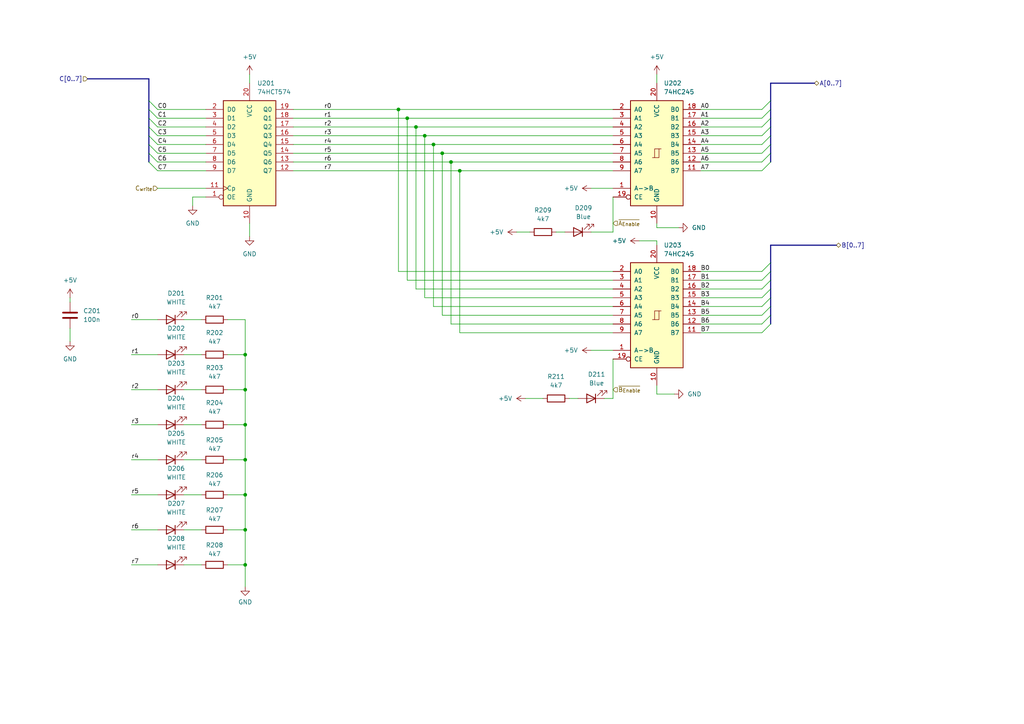
<source format=kicad_sch>
(kicad_sch (version 20231120) (generator "eeschema") (generator_version "8.0")
  (paper "A4")
  (lib_symbols
    (symbol "74xx:74HC245" (pin_names (offset 1.016))
      (property "Reference" "U" (at -7.62 16.51 0))
      (property "Value" "74HC245" (at -7.62 -16.51 0))
      (symbol "74HC245_1_0"
        (polyline (pts (xy -0.635 -1.27) (xy -0.635 1.27) (xy 0.635 1.27)))
        (polyline (pts (xy -1.27 -1.27) (xy 0.635 -1.27) (xy 0.635 1.27) (xy 1.27 1.27)))
        (pin input line (at -12.7 -10.16 0) (length 5.08) (name "A->B") (number "1"))
        (pin power_in line (at 0 -20.32 90) (length 5.08) (name "GND") (number "10"))
        (pin tri_state line (at 12.7 -5.08 180) (length 5.08) (name "B7") (number "11"))
        (pin tri_state line (at 12.7 -2.54 180) (length 5.08) (name "B6") (number "12"))
        (pin tri_state line (at 12.7 0 180) (length 5.08) (name "B5") (number "13"))
        (pin tri_state line (at 12.7 2.54 180) (length 5.08) (name "B4") (number "14"))
        (pin tri_state line (at 12.7 5.08 180) (length 5.08) (name "B3") (number "15"))
        (pin tri_state line (at 12.7 7.62 180) (length 5.08) (name "B2") (number "16"))
        (pin tri_state line (at 12.7 10.16 180) (length 5.08) (name "B1") (number "17"))
        (pin tri_state line (at 12.7 12.7 180) (length 5.08) (name "B0") (number "18"))
        (pin input inverted (at -12.7 -12.7 0) (length 5.08) (name "CE") (number "19"))
        (pin tri_state line (at -12.7 12.7 0) (length 5.08) (name "A0") (number "2"))
        (pin power_in line (at 0 20.32 270) (length 5.08) (name "VCC") (number "20"))
        (pin tri_state line (at -12.7 10.16 0) (length 5.08) (name "A1") (number "3"))
        (pin tri_state line (at -12.7 7.62 0) (length 5.08) (name "A2") (number "4"))
        (pin tri_state line (at -12.7 5.08 0) (length 5.08) (name "A3") (number "5"))
        (pin tri_state line (at -12.7 2.54 0) (length 5.08) (name "A4") (number "6"))
        (pin tri_state line (at -12.7 0 0) (length 5.08) (name "A5") (number "7"))
        (pin tri_state line (at -12.7 -2.54 0) (length 5.08) (name "A6") (number "8"))
        (pin tri_state line (at -12.7 -5.08 0) (length 5.08) (name "A7") (number "9"))
      )
      (symbol "74HC245_1_1"
        (rectangle (start -7.62 15.24) (end 7.62 -15.24) (stroke (width 0.254)) (fill (type background)))
      )
    )
    (symbol "74xx:74HCT574" (pin_names (offset 1.016))
      (property "Reference" "U" (at -7.62 16.51 0))
      (property "Value" "74HCT574" (at -7.62 -16.51 0))
      (symbol "74HCT574_1_0"
        (pin input inverted (at -12.7 -12.7 0) (length 5.08) (name "OE") (number "1"))
        (pin power_in line (at 0 -20.32 90) (length 5.08) (name "GND") (number "10"))
        (pin input clock (at -12.7 -10.16 0) (length 5.08) (name "Cp") (number "11"))
        (pin tri_state line (at 12.7 -5.08 180) (length 5.08) (name "Q7") (number "12"))
        (pin tri_state line (at 12.7 -2.54 180) (length 5.08) (name "Q6") (number "13"))
        (pin tri_state line (at 12.7 0 180) (length 5.08) (name "Q5") (number "14"))
        (pin tri_state line (at 12.7 2.54 180) (length 5.08) (name "Q4") (number "15"))
        (pin tri_state line (at 12.7 5.08 180) (length 5.08) (name "Q3") (number "16"))
        (pin tri_state line (at 12.7 7.62 180) (length 5.08) (name "Q2") (number "17"))
        (pin tri_state line (at 12.7 10.16 180) (length 5.08) (name "Q1") (number "18"))
        (pin tri_state line (at 12.7 12.7 180) (length 5.08) (name "Q0") (number "19"))
        (pin input line (at -12.7 12.7 0) (length 5.08) (name "D0") (number "2"))
        (pin power_in line (at 0 20.32 270) (length 5.08) (name "VCC") (number "20"))
        (pin input line (at -12.7 10.16 0) (length 5.08) (name "D1") (number "3"))
        (pin input line (at -12.7 7.62 0) (length 5.08) (name "D2") (number "4"))
        (pin input line (at -12.7 5.08 0) (length 5.08) (name "D3") (number "5"))
        (pin input line (at -12.7 2.54 0) (length 5.08) (name "D4") (number "6"))
        (pin input line (at -12.7 0 0) (length 5.08) (name "D5") (number "7"))
        (pin input line (at -12.7 -2.54 0) (length 5.08) (name "D6") (number "8"))
        (pin input line (at -12.7 -5.08 0) (length 5.08) (name "D7") (number "9"))
      )
      (symbol "74HCT574_1_1"
        (rectangle (start -7.62 15.24) (end 7.62 -15.24) (stroke (width 0.254)) (fill (type background)))
      )
    )
    (symbol "Device:C" (pin_numbers hide) (pin_names (offset 0.254))
      (property "Reference" "C" (at 0.635 2.54 0))
      (property "Value" "C" (at 0.635 -2.54 0))
      (symbol "C_0_1"
        (polyline (pts (xy -2.032 -0.762) (xy 2.032 -0.762)) (stroke (width 0.508)))
        (polyline (pts (xy -2.032 0.762) (xy 2.032 0.762)) (stroke (width 0.508)))
      )
      (symbol "C_1_1"
        (pin passive line (at 0 3.81 270) (length 2.794) (name "~") (number "1"))
        (pin passive line (at 0 -3.81 90) (length 2.794) (name "~") (number "2"))
      )
    )
    (symbol "Device:LED" (pin_numbers hide) (pin_names (offset 1.016) hide)
      (property "Reference" "D" (at 0 2.54 0))
      (property "Value" "LED" (at 0 -2.54 0))
      (symbol "LED_0_1"
        (polyline (pts (xy -1.27 -1.27) (xy -1.27 1.27)) (stroke (width 0.254)))
        (polyline (pts (xy -1.27 0) (xy 1.27 0)))
        (polyline (pts (xy 1.27 -1.27) (xy 1.27 1.27) (xy -1.27 0) (xy 1.27 -1.27)) (stroke (width 0.254)))
        (polyline (pts (xy -3.048 -0.762) (xy -4.572 -2.286) (xy -3.81 -2.286) (xy -4.572 -2.286) (xy -4.572 -1.524)))
        (polyline (pts (xy -1.778 -0.762) (xy -3.302 -2.286) (xy -2.54 -2.286) (xy -3.302 -2.286) (xy -3.302 -1.524)))
      )
      (symbol "LED_1_1"
        (pin passive line (at -3.81 0 0) (length 2.54) (name "K") (number "1"))
        (pin passive line (at 3.81 0 180) (length 2.54) (name "A") (number "2"))
      )
    )
    (symbol "Device:R" (pin_numbers hide) (pin_names (offset 0))
      (property "Reference" "R" (at 2.032 0 90))
      (property "Value" "R" (at 0 0 90))
      (symbol "R_0_1"
        (rectangle (start -1.016 -2.54) (end 1.016 2.54) (stroke (width 0.254)))
      )
      (symbol "R_1_1"
        (pin passive line (at 0 3.81 270) (length 1.27) (name "~") (number "1"))
        (pin passive line (at 0 -3.81 90) (length 1.27) (name "~") (number "2"))
      )
    )
    (symbol "GND_1" (power) (pin_names (offset 0))
      (property "Value" "GND_1" (at 0 -3.81 0))
      (symbol "GND_1_0_1"
        (polyline (pts (xy 0 0) (xy 0 -1.27) (xy 1.27 -1.27) (xy 0 -2.54) (xy -1.27 -1.27) (xy 0 -1.27)))
      )
      (symbol "GND_1_1_1"
        (pin power_in line (at 0 0 270) (length 0) hide (name "GND") (number "1"))
      )
    )
    (symbol "GND_2" (power) (pin_names (offset 0))
      (property "Value" "GND_2" (at 0 -3.81 0))
      (symbol "GND_2_0_1"
        (polyline (pts (xy 0 0) (xy 0 -1.27) (xy 1.27 -1.27) (xy 0 -2.54) (xy -1.27 -1.27) (xy 0 -1.27)))
      )
      (symbol "GND_2_1_1"
        (pin power_in line (at 0 0 270) (length 0) hide (name "GND") (number "1"))
      )
    )
    (symbol "GND_3" (power) (pin_names (offset 0))
      (property "Value" "GND_3" (at 0 -3.81 0))
      (symbol "GND_3_0_1"
        (polyline (pts (xy 0 0) (xy 0 -1.27) (xy 1.27 -1.27) (xy 0 -2.54) (xy -1.27 -1.27) (xy 0 -1.27)))
      )
      (symbol "GND_3_1_1"
        (pin power_in line (at 0 0 270) (length 0) hide (name "GND") (number "1"))
      )
    )
    (symbol "GND_4" (power) (pin_names (offset 0))
      (property "Value" "GND_4" (at 0 -3.81 0))
      (symbol "GND_4_0_1"
        (polyline (pts (xy 0 0) (xy 0 -1.27) (xy 1.27 -1.27) (xy 0 -2.54) (xy -1.27 -1.27) (xy 0 -1.27)))
      )
      (symbol "GND_4_1_1"
        (pin power_in line (at 0 0 270) (length 0) hide (name "GND") (number "1"))
      )
    )
    (symbol "power:+5V" (power) (pin_names (offset 0))
      (property "Value" "+5V" (at 0 3.556 0))
      (symbol "+5V_0_1"
        (polyline (pts (xy -0.762 1.27) (xy 0 2.54)))
        (polyline (pts (xy 0 0) (xy 0 2.54)))
        (polyline (pts (xy 0 2.54) (xy 0.762 1.27)))
      )
      (symbol "+5V_1_1"
        (pin power_in line (at 0 0 90) (length 0) hide (name "+5V") (number "1"))
      )
    )
    (symbol "power:GND" (power) (pin_names (offset 0))
      (property "Value" "GND" (at 0 -3.81 0))
      (symbol "GND_0_1"
        (polyline (pts (xy 0 0) (xy 0 -1.27) (xy 1.27 -1.27) (xy 0 -2.54) (xy -1.27 -1.27) (xy 0 -1.27)))
      )
      (symbol "GND_1_1"
        (pin power_in line (at 0 0 270) (length 0) hide (name "GND") (number "1"))
      )
    )
  )
  (junction (at 128.27 44.45))
  (junction (at 115.57 31.75))
  (junction (at 118.11 34.29))
  (junction (at 71.12 153.67))
  (junction (at 130.81 46.99))
  (junction (at 71.12 113.03))
  (junction (at 71.12 102.87))
  (junction (at 71.12 133.35))
  (junction (at 133.35 49.53))
  (junction (at 71.12 123.19))
  (junction (at 71.12 143.51))
  (junction (at 125.73 41.91))
  (junction (at 71.12 163.83))
  (junction (at 120.65 36.83))
  (junction (at 123.19 39.37))
  (bus_entry (at 223.52 81.28) (size -2.54 2.54))
  (bus_entry (at 43.18 44.45) (size 2.54 2.54))
  (bus_entry (at 43.18 34.29) (size 2.54 2.54))
  (bus_entry (at 43.18 46.99) (size 2.54 2.54))
  (bus_entry (at 43.18 31.75) (size 2.54 2.54))
  (bus_entry (at 223.52 91.44) (size -2.54 2.54))
  (bus_entry (at 223.52 34.29) (size -2.54 2.54))
  (bus_entry (at 223.52 93.98) (size -2.54 2.54))
  (bus_entry (at 223.52 29.21) (size -2.54 2.54))
  (bus_entry (at 223.52 44.45) (size -2.54 2.54))
  (bus_entry (at 223.52 78.74) (size -2.54 2.54))
  (bus_entry (at 223.52 86.36) (size -2.54 2.54))
  (bus_entry (at 223.52 88.9) (size -2.54 2.54))
  (bus_entry (at 43.18 36.83) (size 2.54 2.54))
  (bus_entry (at 223.52 39.37) (size -2.54 2.54))
  (bus_entry (at 223.52 41.91) (size -2.54 2.54))
  (bus_entry (at 223.52 36.83) (size -2.54 2.54))
  (bus_entry (at 223.52 83.82) (size -2.54 2.54))
  (bus_entry (at 223.52 76.2) (size -2.54 2.54))
  (bus_entry (at 43.18 29.21) (size 2.54 2.54))
  (bus_entry (at 43.18 41.91) (size 2.54 2.54))
  (bus_entry (at 43.18 39.37) (size 2.54 2.54))
  (bus_entry (at 223.52 46.99) (size -2.54 2.54))
  (bus_entry (at 223.52 31.75) (size -2.54 2.54))
  (bus (pts (xy 236.22 24.13) (xy 223.52 24.13)))
  (wire (pts (xy 203.2 96.52) (xy 220.98 96.52)))
  (wire (pts (xy 133.35 49.53) (xy 133.35 96.52)))
  (wire (pts (xy 171.45 54.61) (xy 177.8 54.61)))
  (wire (pts (xy 115.57 78.74) (xy 115.57 31.75)))
  (wire (pts (xy 128.27 44.45) (xy 128.27 91.44)))
  (wire (pts (xy 128.27 44.45) (xy 177.8 44.45)))
  (wire (pts (xy 66.04 123.19) (xy 71.12 123.19)))
  (wire (pts (xy 53.34 143.51) (xy 58.42 143.51)))
  (wire (pts (xy 71.12 133.35) (xy 71.12 123.19)))
  (wire (pts (xy 118.11 81.28) (xy 177.8 81.28)))
  (wire (pts (xy 55.88 57.15) (xy 55.88 59.69)))
  (bus (pts (xy 223.52 71.12) (xy 223.52 76.2)))
  (wire (pts (xy 203.2 88.9) (xy 220.98 88.9)))
  (wire (pts (xy 45.72 44.45) (xy 59.69 44.45)))
  (bus (pts (xy 223.52 36.83) (xy 223.52 39.37)))
  (wire (pts (xy 45.72 31.75) (xy 59.69 31.75)))
  (wire (pts (xy 53.34 153.67) (xy 58.42 153.67)))
  (wire (pts (xy 125.73 88.9) (xy 177.8 88.9)))
  (wire (pts (xy 175.26 115.57) (xy 177.8 115.57)))
  (wire (pts (xy 53.34 113.03) (xy 58.42 113.03)))
  (wire (pts (xy 59.69 57.15) (xy 55.88 57.15)))
  (bus (pts (xy 223.52 24.13) (xy 223.52 29.21)))
  (wire (pts (xy 149.86 67.31) (xy 153.67 67.31)))
  (wire (pts (xy 85.09 31.75) (xy 115.57 31.75)))
  (bus (pts (xy 223.52 86.36) (xy 223.52 88.9)))
  (wire (pts (xy 161.29 67.31) (xy 163.83 67.31)))
  (wire (pts (xy 190.5 21.59) (xy 190.5 24.13)))
  (wire (pts (xy 203.2 83.82) (xy 220.98 83.82)))
  (wire (pts (xy 118.11 34.29) (xy 177.8 34.29)))
  (wire (pts (xy 45.72 39.37) (xy 59.69 39.37)))
  (wire (pts (xy 123.19 39.37) (xy 123.19 86.36)))
  (wire (pts (xy 72.39 64.77) (xy 72.39 68.58)))
  (wire (pts (xy 71.12 163.83) (xy 71.12 153.67)))
  (wire (pts (xy 203.2 78.74) (xy 220.98 78.74)))
  (wire (pts (xy 120.65 36.83) (xy 120.65 83.82)))
  (wire (pts (xy 203.2 36.83) (xy 220.98 36.83)))
  (wire (pts (xy 203.2 81.28) (xy 220.98 81.28)))
  (wire (pts (xy 190.5 114.3) (xy 190.5 111.76)))
  (wire (pts (xy 130.81 93.98) (xy 130.81 46.99)))
  (wire (pts (xy 38.1 102.87) (xy 45.72 102.87)))
  (wire (pts (xy 53.34 123.19) (xy 58.42 123.19)))
  (wire (pts (xy 203.2 39.37) (xy 220.98 39.37)))
  (wire (pts (xy 38.1 133.35) (xy 45.72 133.35)))
  (wire (pts (xy 203.2 34.29) (xy 220.98 34.29)))
  (wire (pts (xy 123.19 86.36) (xy 177.8 86.36)))
  (bus (pts (xy 43.18 41.91) (xy 43.18 44.45)))
  (wire (pts (xy 45.72 46.99) (xy 59.69 46.99)))
  (wire (pts (xy 118.11 34.29) (xy 118.11 81.28)))
  (wire (pts (xy 130.81 46.99) (xy 177.8 46.99)))
  (bus (pts (xy 43.18 36.83) (xy 43.18 39.37)))
  (wire (pts (xy 66.04 113.03) (xy 71.12 113.03)))
  (wire (pts (xy 38.1 163.83) (xy 45.72 163.83)))
  (wire (pts (xy 20.32 87.63) (xy 20.32 86.36)))
  (bus (pts (xy 223.52 31.75) (xy 223.52 34.29)))
  (wire (pts (xy 203.2 41.91) (xy 220.98 41.91)))
  (bus (pts (xy 25.4 22.86) (xy 43.18 22.86)))
  (wire (pts (xy 53.34 102.87) (xy 58.42 102.87)))
  (wire (pts (xy 71.12 123.19) (xy 71.12 113.03)))
  (bus (pts (xy 43.18 29.21) (xy 43.18 31.75)))
  (wire (pts (xy 120.65 83.82) (xy 177.8 83.82)))
  (wire (pts (xy 165.1 115.57) (xy 167.64 115.57)))
  (wire (pts (xy 203.2 44.45) (xy 220.98 44.45)))
  (wire (pts (xy 196.85 66.04) (xy 190.5 66.04)))
  (wire (pts (xy 71.12 92.71) (xy 66.04 92.71)))
  (wire (pts (xy 133.35 49.53) (xy 177.8 49.53)))
  (wire (pts (xy 71.12 113.03) (xy 71.12 102.87)))
  (wire (pts (xy 71.12 153.67) (xy 71.12 143.51)))
  (bus (pts (xy 223.52 78.74) (xy 223.52 81.28)))
  (wire (pts (xy 66.04 163.83) (xy 71.12 163.83)))
  (wire (pts (xy 171.45 101.6) (xy 177.8 101.6)))
  (bus (pts (xy 223.52 44.45) (xy 223.52 46.99)))
  (wire (pts (xy 38.1 123.19) (xy 45.72 123.19)))
  (wire (pts (xy 45.72 36.83) (xy 59.69 36.83)))
  (wire (pts (xy 130.81 93.98) (xy 177.8 93.98)))
  (wire (pts (xy 115.57 31.75) (xy 177.8 31.75)))
  (bus (pts (xy 223.52 41.91) (xy 223.52 44.45)))
  (wire (pts (xy 45.72 34.29) (xy 59.69 34.29)))
  (bus (pts (xy 223.52 39.37) (xy 223.52 41.91)))
  (wire (pts (xy 45.72 49.53) (xy 59.69 49.53)))
  (bus (pts (xy 242.57 71.12) (xy 223.52 71.12)))
  (wire (pts (xy 203.2 91.44) (xy 220.98 91.44)))
  (wire (pts (xy 45.72 54.61) (xy 59.69 54.61)))
  (bus (pts (xy 43.18 31.75) (xy 43.18 34.29)))
  (wire (pts (xy 177.8 67.31) (xy 177.8 57.15)))
  (bus (pts (xy 43.18 39.37) (xy 43.18 41.91)))
  (wire (pts (xy 66.04 133.35) (xy 71.12 133.35)))
  (wire (pts (xy 20.32 95.25) (xy 20.32 99.06)))
  (wire (pts (xy 85.09 34.29) (xy 118.11 34.29)))
  (bus (pts (xy 223.52 81.28) (xy 223.52 83.82)))
  (bus (pts (xy 43.18 22.86) (xy 43.18 29.21)))
  (wire (pts (xy 185.42 69.85) (xy 190.5 69.85)))
  (wire (pts (xy 190.5 66.04) (xy 190.5 64.77)))
  (wire (pts (xy 85.09 36.83) (xy 120.65 36.83)))
  (wire (pts (xy 125.73 88.9) (xy 125.73 41.91)))
  (wire (pts (xy 203.2 93.98) (xy 220.98 93.98)))
  (bus (pts (xy 43.18 44.45) (xy 43.18 46.99)))
  (wire (pts (xy 203.2 49.53) (xy 220.98 49.53)))
  (wire (pts (xy 71.12 143.51) (xy 71.12 133.35)))
  (wire (pts (xy 71.12 170.18) (xy 71.12 163.83)))
  (wire (pts (xy 177.8 78.74) (xy 115.57 78.74)))
  (wire (pts (xy 38.1 143.51) (xy 45.72 143.51)))
  (wire (pts (xy 71.12 102.87) (xy 71.12 92.71)))
  (bus (pts (xy 223.52 91.44) (xy 223.52 93.98)))
  (wire (pts (xy 72.39 21.59) (xy 72.39 24.13)))
  (wire (pts (xy 85.09 39.37) (xy 123.19 39.37)))
  (wire (pts (xy 128.27 91.44) (xy 177.8 91.44)))
  (bus (pts (xy 43.18 34.29) (xy 43.18 36.83)))
  (wire (pts (xy 203.2 31.75) (xy 220.98 31.75)))
  (wire (pts (xy 66.04 143.51) (xy 71.12 143.51)))
  (wire (pts (xy 85.09 44.45) (xy 128.27 44.45)))
  (wire (pts (xy 177.8 115.57) (xy 177.8 104.14)))
  (wire (pts (xy 152.4 115.57) (xy 157.48 115.57)))
  (wire (pts (xy 133.35 96.52) (xy 177.8 96.52)))
  (wire (pts (xy 125.73 41.91) (xy 177.8 41.91)))
  (wire (pts (xy 53.34 163.83) (xy 58.42 163.83)))
  (wire (pts (xy 53.34 92.71) (xy 58.42 92.71)))
  (wire (pts (xy 120.65 36.83) (xy 177.8 36.83)))
  (wire (pts (xy 123.19 39.37) (xy 177.8 39.37)))
  (bus (pts (xy 223.52 88.9) (xy 223.52 91.44)))
  (wire (pts (xy 38.1 92.71) (xy 45.72 92.71)))
  (wire (pts (xy 85.09 49.53) (xy 133.35 49.53)))
  (bus (pts (xy 223.52 34.29) (xy 223.52 36.83)))
  (wire (pts (xy 45.72 41.91) (xy 59.69 41.91)))
  (wire (pts (xy 171.45 67.31) (xy 177.8 67.31)))
  (bus (pts (xy 223.52 76.2) (xy 223.52 78.74)))
  (wire (pts (xy 203.2 86.36) (xy 220.98 86.36)))
  (wire (pts (xy 190.5 69.85) (xy 190.5 71.12)))
  (wire (pts (xy 66.04 153.67) (xy 71.12 153.67)))
  (wire (pts (xy 38.1 113.03) (xy 45.72 113.03)))
  (bus (pts (xy 223.52 83.82) (xy 223.52 86.36)))
  (wire (pts (xy 85.09 41.91) (xy 125.73 41.91)))
  (wire (pts (xy 195.58 114.3) (xy 190.5 114.3)))
  (wire (pts (xy 66.04 102.87) (xy 71.12 102.87)))
  (bus (pts (xy 223.52 29.21) (xy 223.52 31.75)))
  (wire (pts (xy 203.2 46.99) (xy 220.98 46.99)))
  (wire (pts (xy 85.09 46.99) (xy 130.81 46.99)))
  (wire (pts (xy 38.1 153.67) (xy 45.72 153.67)))
  (wire (pts (xy 53.34 133.35) (xy 58.42 133.35)))
  (label "r3" (at 93.98 39.37 0))
  (label "A0" (at 203.2 31.75 0))
  (label "r5" (at 93.98 44.45 0))
  (label "r0" (at 93.98 31.75 0))
  (label "B2" (at 203.2 83.82 0))
  (label "r3" (at 38.1 123.19 0))
  (label "B4" (at 203.2 88.9 0))
  (label "C4" (at 45.72 41.91 0))
  (label "r1" (at 38.1 102.87 0))
  (label "C0" (at 45.72 31.75 0))
  (label "r5" (at 38.1 143.51 0))
  (label "A5" (at 203.2 44.45 0))
  (label "r2" (at 93.98 36.83 0))
  (label "A6" (at 203.2 46.99 0))
  (label "B7" (at 203.2 96.52 0))
  (label "C5" (at 45.72 44.45 0))
  (label "r2" (at 38.1 113.03 0))
  (label "B0" (at 203.2 78.74 0))
  (label "C1" (at 45.72 34.29 0))
  (label "C7" (at 45.72 49.53 0))
  (label "B1" (at 203.2 81.28 0))
  (label "C6" (at 45.72 46.99 0))
  (label "r4" (at 38.1 133.35 0))
  (label "C2" (at 45.72 36.83 0))
  (label "A4" (at 203.2 41.91 0))
  (label "B6" (at 203.2 93.98 0))
  (label "A7" (at 203.2 49.53 0))
  (label "r1" (at 93.98 34.29 0))
  (label "r6" (at 93.98 46.99 0))
  (label "B3" (at 203.2 86.36 0))
  (label "r4" (at 93.98 41.91 0))
  (label "A2" (at 203.2 36.83 0))
  (label "A1" (at 203.2 34.29 0))
  (label "B5" (at 203.2 91.44 0))
  (label "A3" (at 203.2 39.37 0))
  (label "r7" (at 38.1 163.83 0))
  (label "r6" (at 38.1 153.67 0))
  (label "r7" (at 93.98 49.53 0))
  (label "C3" (at 45.72 39.37 0))
  (label "r0" (at 38.1 92.71 0))
  (hierarchical_label "~{B_{Enable}}" (shape input) (at 177.8 113.03 0))
  (hierarchical_label "~{A_{Enable}}" (shape input) (at 177.8 64.77 0))
  (hierarchical_label "C_{write}" (shape input) (at 45.72 54.61 180))
  (hierarchical_label "C[0..7]" (shape input) (at 25.4 22.86 180))
  (hierarchical_label "B[0..7]" (shape tri_state) (at 242.57 71.12 0))
  (hierarchical_label "A[0..7]" (shape tri_state) (at 236.22 24.13 0))
  (symbol (lib_id "Device:R") (at 62.23 163.83 270) (unit 1)
    (property "Reference" "R208" (at 62.23 158.115 90))
    (property "Value" "4k7" (at 62.23 160.655 90))
    (property "Footprint" "Resistor_SMD:R_0603_1608Metric" (effects (hide yes)))
    (property "Datasheet" "https://datasheet.lcsc.com/lcsc/2206010116_UNI-ROYAL-Uniroyal-Elec-0603WAF4701T5E_C23162.pdf" (effects (hide yes)))
    (property "LCSC" "C23162" (effects (hide yes)))
    (instances (project "Register File" (path "" (reference "R208") (unit 1)) (path "" (reference "R608") (unit 1)) (path "" (reference "R808") (unit 1)) (path "" (reference "R508") (unit 1)) (path "" (reference "R708") (unit 1)) (path "" (reference "R308") (unit 1)) (path "" (reference "R408") (unit 1)) (path "" (reference "R908") (unit 1))))
  )
  (symbol (lib_id "Device:C") (at 20.32 91.44 0) (unit 1)
    (property "Reference" "C201" (at 24.13 90.1699 0) (effects (justify left)))
    (property "Value" "100n" (at 24.13 92.7099 0) (effects (justify left)))
    (property "Footprint" "Capacitor_SMD:C_0603_1608Metric" (effects (hide yes)))
    (property "Datasheet" "https://datasheet.lcsc.com/lcsc/1809301912_YAGEO-CC0603KRX7R9BB104_C14663.pdf" (effects (hide yes)))
    (property "LCSC" "C14663" (effects (hide yes)))
    (instances (project "Register File" (path "" (reference "C201") (unit 1)) (path "" (reference "C601") (unit 1)) (path "" (reference "C801") (unit 1)) (path "" (reference "C501") (unit 1)) (path "" (reference "C701") (unit 1)) (path "" (reference "C301") (unit 1)) (path "" (reference "C401") (unit 1)) (path "" (reference "C901") (unit 1))))
  )
  (symbol (lib_id "Device:R") (at 62.23 102.87 270) (unit 1)
    (property "Reference" "R202" (at 62.23 96.52 90))
    (property "Value" "4k7" (at 62.23 99.06 90))
    (property "Footprint" "Resistor_SMD:R_0603_1608Metric" (effects (hide yes)))
    (property "Datasheet" "https://datasheet.lcsc.com/lcsc/2206010116_UNI-ROYAL-Uniroyal-Elec-0603WAF4701T5E_C23162.pdf" (effects (hide yes)))
    (property "LCSC" "C23162" (effects (hide yes)))
    (instances (project "Register File" (path "" (reference "R202") (unit 1)) (path "" (reference "R602") (unit 1)) (path "" (reference "R802") (unit 1)) (path "" (reference "R502") (unit 1)) (path "" (reference "R702") (unit 1)) (path "" (reference "R302") (unit 1)) (path "" (reference "R402") (unit 1)) (path "" (reference "R902") (unit 1))))
  )
  (symbol (lib_id "power:+5V") (at 20.32 86.36 0) (unit 1)
    (property "Reference" "#PWR0201" (effects (hide yes)))
    (property "Value" "+5V" (at 20.32 81.28 0))
    (instances (project "Register File" (path "" (reference "#PWR0201") (unit 1)) (path "" (reference "#PWR0601") (unit 1)) (path "" (reference "#PWR0801") (unit 1)) (path "" (reference "#PWR0501") (unit 1)) (path "" (reference "#PWR0701") (unit 1)) (path "" (reference "#PWR0301") (unit 1)) (path "" (reference "#PWR0401") (unit 1)) (path "" (reference "#PWR0901") (unit 1))))
  )
  (symbol (lib_id "Device:LED") (at 49.53 102.87 180) (unit 1)
    (property "Reference" "D202" (at 51.1175 95.25 0))
    (property "Value" "WHITE" (at 51.1175 97.79 0))
    (property "Footprint" "LED_SMD:LED_0603_1608Metric" (effects (hide yes)))
    (property "Datasheet" "https://wmsc.lcsc.com/wmsc/upload/file/pdf/v2/lcsc/2305091500_Hubei-KENTO-Elec-KT-0603W_C2290.pdf" (effects (hide yes)))
    (property "Description" "Light emitting diode (White)" (effects (hide yes)))
    (property "LCSC" "C2290" (effects (hide yes)))
    (instances (project "Register File" (path "" (reference "D202") (unit 1)) (path "" (reference "D602") (unit 1)) (path "" (reference "D802") (unit 1)) (path "" (reference "D502") (unit 1)) (path "" (reference "D702") (unit 1)) (path "" (reference "D302") (unit 1)) (path "" (reference "D402") (unit 1)) (path "" (reference "D902") (unit 1))))
  )
  (symbol (lib_id "Device:R") (at 161.29 115.57 270) (unit 1)
    (property "Reference" "R211" (at 161.29 109.22 90))
    (property "Value" "4k7" (at 161.29 111.76 90))
    (property "Footprint" "Resistor_SMD:R_0603_1608Metric" (effects (hide yes)))
    (property "Datasheet" "https://datasheet.lcsc.com/lcsc/2206010116_UNI-ROYAL-Uniroyal-Elec-0603WAF4701T5E_C23162.pdf" (effects (hide yes)))
    (property "LCSC" "C23162" (effects (hide yes)))
    (instances (project "Register File" (path "" (reference "R211") (unit 1)) (path "" (reference "R610") (unit 1)) (path "" (reference "R810") (unit 1)) (path "" (reference "R510") (unit 1)) (path "" (reference "R710") (unit 1)) (path "" (reference "R310") (unit 1)) (path "" (reference "R410") (unit 1)) (path "" (reference "R910") (unit 1))))
  )
  (symbol (lib_id "power:+5V") (at 72.39 21.59 0) (unit 1)
    (property "Reference" "#PWR0205" (effects (hide yes)))
    (property "Value" "+5V" (at 72.39 16.51 0))
    (instances (project "Register File" (path "" (reference "#PWR0205") (unit 1)) (path "" (reference "#PWR0605") (unit 1)) (path "" (reference "#PWR0805") (unit 1)) (path "" (reference "#PWR0505") (unit 1)) (path "" (reference "#PWR0705") (unit 1)) (path "" (reference "#PWR0305") (unit 1)) (path "" (reference "#PWR0405") (unit 1)) (path "" (reference "#PWR0905") (unit 1))))
  )
  (symbol (lib_id "Device:LED") (at 49.53 153.67 180) (unit 1)
    (property "Reference" "D207" (at 51.1175 146.05 0))
    (property "Value" "WHITE" (at 51.1175 148.59 0))
    (property "Footprint" "LED_SMD:LED_0603_1608Metric" (effects (hide yes)))
    (property "Datasheet" "https://wmsc.lcsc.com/wmsc/upload/file/pdf/v2/lcsc/2305091500_Hubei-KENTO-Elec-KT-0603W_C2290.pdf" (effects (hide yes)))
    (property "Description" "Light emitting diode (White)" (effects (hide yes)))
    (property "LCSC" "C2290" (effects (hide yes)))
    (instances (project "Register File" (path "" (reference "D207") (unit 1)) (path "" (reference "D607") (unit 1)) (path "" (reference "D807") (unit 1)) (path "" (reference "D507") (unit 1)) (path "" (reference "D707") (unit 1)) (path "" (reference "D307") (unit 1)) (path "" (reference "D407") (unit 1)) (path "" (reference "D907") (unit 1))))
  )
  (symbol (lib_name "GND_1") (lib_id "power:GND") (at 55.88 59.69 0) (unit 1)
    (property "Reference" "#PWR0203" (effects (hide yes)))
    (property "Value" "GND" (at 55.88 64.77 0))
    (instances (project "Register File" (path "" (reference "#PWR0203") (unit 1)) (path "" (reference "#PWR0603") (unit 1)) (path "" (reference "#PWR0803") (unit 1)) (path "" (reference "#PWR0503") (unit 1)) (path "" (reference "#PWR0703") (unit 1)) (path "" (reference "#PWR0303") (unit 1)) (path "" (reference "#PWR0403") (unit 1)) (path "" (reference "#PWR0903") (unit 1))))
  )
  (symbol (lib_id "power:GND") (at 71.12 170.18 0) (unit 1)
    (property "Reference" "#PWR0204" (effects (hide yes)))
    (property "Value" "GND" (at 71.12 174.625 0))
    (instances (project "Register File" (path "" (reference "#PWR0204") (unit 1)) (path "" (reference "#PWR0604") (unit 1)) (path "" (reference "#PWR0804") (unit 1)) (path "" (reference "#PWR0504") (unit 1)) (path "" (reference "#PWR0704") (unit 1)) (path "" (reference "#PWR0304") (unit 1)) (path "" (reference "#PWR0404") (unit 1)) (path "" (reference "#PWR0904") (unit 1))))
  )
  (symbol (lib_id "74xx:74HC245") (at 190.5 91.44 0) (unit 1)
    (property "Reference" "U203" (at 192.5194 71.12 0) (effects (justify left)))
    (property "Value" "74HC245" (at 192.5194 73.66 0) (effects (justify left)))
    (property "Footprint" "Package_SO:SOIC-20W_7.5x12.8mm_P1.27mm" (effects (hide yes)))
    (property "Datasheet" "http://www.ti.com/lit/gpn/sn74HC245" (effects (hide yes)))
    (property "LCSC" "C5625" (effects (hide yes)))
    (instances (project "Register File" (path "" (reference "U203") (unit 1)) (path "" (reference "U603") (unit 1)) (path "" (reference "U803") (unit 1)) (path "" (reference "U503") (unit 1)) (path "" (reference "U703") (unit 1)) (path "" (reference "U303") (unit 1)) (path "" (reference "U403") (unit 1)) (path "" (reference "U903") (unit 1))))
  )
  (symbol (lib_id "Device:R") (at 62.23 92.71 270) (unit 1)
    (property "Reference" "R201" (at 62.23 86.36 90))
    (property "Value" "4k7" (at 62.23 88.9 90))
    (property "Footprint" "Resistor_SMD:R_0603_1608Metric" (effects (hide yes)))
    (property "Datasheet" "https://datasheet.lcsc.com/lcsc/2206010116_UNI-ROYAL-Uniroyal-Elec-0603WAF4701T5E_C23162.pdf" (effects (hide yes)))
    (property "LCSC" "C23162" (effects (hide yes)))
    (instances (project "Register File" (path "" (reference "R201") (unit 1)) (path "" (reference "R601") (unit 1)) (path "" (reference "R801") (unit 1)) (path "" (reference "R501") (unit 1)) (path "" (reference "R701") (unit 1)) (path "" (reference "R301") (unit 1)) (path "" (reference "R401") (unit 1)) (path "" (reference "R901") (unit 1))))
  )
  (symbol (lib_id "74xx:74HCT574") (at 72.39 44.45 0) (unit 1) (in_bom no)
    (property "Reference" "U201" (at 74.5841 24.13 0) (effects (justify left)))
    (property "Value" "74HCT574" (at 74.5841 26.67 0) (effects (justify left)))
    (property "Footprint" "Package_DIP:DIP-20_W7.62mm_Socket" (effects (hide yes)))
    (property "Datasheet" "http://www.ti.com/lit/gpn/sn74HCT574" (effects (hide yes)))
    (instances (project "Register File" (path "" (reference "U201") (unit 1)) (path "" (reference "U601") (unit 1)) (path "" (reference "U801") (unit 1)) (path "" (reference "U501") (unit 1)) (path "" (reference "U701") (unit 1)) (path "" (reference "U301") (unit 1)) (path "" (reference "U401") (unit 1)) (path "" (reference "U901") (unit 1))))
  )
  (symbol (lib_id "Device:LED") (at 49.53 123.19 180) (unit 1)
    (property "Reference" "D204" (at 51.1175 115.57 0))
    (property "Value" "WHITE" (at 51.1175 118.11 0))
    (property "Footprint" "LED_SMD:LED_0603_1608Metric" (effects (hide yes)))
    (property "Datasheet" "https://wmsc.lcsc.com/wmsc/upload/file/pdf/v2/lcsc/2305091500_Hubei-KENTO-Elec-KT-0603W_C2290.pdf" (effects (hide yes)))
    (property "Description" "Light emitting diode (White)" (effects (hide yes)))
    (property "LCSC" "C2290" (effects (hide yes)))
    (instances (project "Register File" (path "" (reference "D204") (unit 1)) (path "" (reference "D604") (unit 1)) (path "" (reference "D804") (unit 1)) (path "" (reference "D504") (unit 1)) (path "" (reference "D704") (unit 1)) (path "" (reference "D304") (unit 1)) (path "" (reference "D404") (unit 1)) (path "" (reference "D904") (unit 1))))
  )
  (symbol (lib_id "power:+5V") (at 149.86 67.31 90) (unit 1)
    (property "Reference" "#PWR0208" (effects (hide yes)))
    (property "Value" "+5V" (at 146.05 67.31 90) (effects (justify left)))
    (instances (project "Register File" (path "" (reference "#PWR0208") (unit 1)) (path "" (reference "#PWR0607") (unit 1)) (path "" (reference "#PWR0807") (unit 1)) (path "" (reference "#PWR0507") (unit 1)) (path "" (reference "#PWR0707") (unit 1)) (path "" (reference "#PWR0307") (unit 1)) (path "" (reference "#PWR0407") (unit 1)) (path "" (reference "#PWR0907") (unit 1))))
  )
  (symbol (lib_id "Device:LED") (at 49.53 143.51 180) (unit 1)
    (property "Reference" "D206" (at 51.1175 135.89 0))
    (property "Value" "WHITE" (at 51.1175 138.43 0))
    (property "Footprint" "LED_SMD:LED_0603_1608Metric" (effects (hide yes)))
    (property "Datasheet" "https://wmsc.lcsc.com/wmsc/upload/file/pdf/v2/lcsc/2305091500_Hubei-KENTO-Elec-KT-0603W_C2290.pdf" (effects (hide yes)))
    (property "Description" "Light emitting diode (White)" (effects (hide yes)))
    (property "LCSC" "C2290" (effects (hide yes)))
    (instances (project "Register File" (path "" (reference "D206") (unit 1)) (path "" (reference "D606") (unit 1)) (path "" (reference "D806") (unit 1)) (path "" (reference "D506") (unit 1)) (path "" (reference "D706") (unit 1)) (path "" (reference "D306") (unit 1)) (path "" (reference "D406") (unit 1)) (path "" (reference "D906") (unit 1))))
  )
  (symbol (lib_id "Device:LED") (at 167.64 67.31 180) (unit 1)
    (property "Reference" "D209" (at 169.2275 60.325 0))
    (property "Value" "Blue" (at 169.2275 62.865 0))
    (property "Footprint" "LED_SMD:LED_0603_1608Metric" (effects (hide yes)))
    (property "LCSC" "C72041" (effects (hide yes)))
    (instances (project "Register File" (path "" (reference "D209") (unit 1)) (path "" (reference "D609") (unit 1)) (path "" (reference "D809") (unit 1)) (path "" (reference "D509") (unit 1)) (path "" (reference "D709") (unit 1)) (path "" (reference "D309") (unit 1)) (path "" (reference "D409") (unit 1)) (path "" (reference "D909") (unit 1))))
  )
  (symbol (lib_id "Device:R") (at 62.23 153.67 270) (unit 1)
    (property "Reference" "R207" (at 62.23 147.955 90))
    (property "Value" "4k7" (at 62.23 150.495 90))
    (property "Footprint" "Resistor_SMD:R_0603_1608Metric" (effects (hide yes)))
    (property "Datasheet" "https://datasheet.lcsc.com/lcsc/2206010116_UNI-ROYAL-Uniroyal-Elec-0603WAF4701T5E_C23162.pdf" (effects (hide yes)))
    (property "LCSC" "C23162" (effects (hide yes)))
    (instances (project "Register File" (path "" (reference "R207") (unit 1)) (path "" (reference "R607") (unit 1)) (path "" (reference "R807") (unit 1)) (path "" (reference "R507") (unit 1)) (path "" (reference "R707") (unit 1)) (path "" (reference "R307") (unit 1)) (path "" (reference "R407") (unit 1)) (path "" (reference "R907") (unit 1))))
  )
  (symbol (lib_id "Device:LED") (at 171.45 115.57 180) (unit 1)
    (property "Reference" "D211" (at 173.0375 108.585 0))
    (property "Value" "Blue" (at 173.0375 111.125 0))
    (property "Footprint" "LED_SMD:LED_0603_1608Metric" (effects (hide yes)))
    (property "LCSC" "C72041" (effects (hide yes)))
    (instances (project "Register File" (path "" (reference "D211") (unit 1)) (path "" (reference "D610") (unit 1)) (path "" (reference "D810") (unit 1)) (path "" (reference "D510") (unit 1)) (path "" (reference "D710") (unit 1)) (path "" (reference "D310") (unit 1)) (path "" (reference "D410") (unit 1)) (path "" (reference "D910") (unit 1))))
  )
  (symbol (lib_name "GND_4") (lib_id "power:GND") (at 195.58 114.3 90) (unit 1)
    (property "Reference" "#PWR0216" (effects (hide yes)))
    (property "Value" "GND" (at 199.39 114.3 90) (effects (justify right)))
    (instances (project "Register File" (path "" (reference "#PWR0216") (unit 1)) (path "" (reference "#PWR0613") (unit 1)) (path "" (reference "#PWR0813") (unit 1)) (path "" (reference "#PWR0513") (unit 1)) (path "" (reference "#PWR0713") (unit 1)) (path "" (reference "#PWR0313") (unit 1)) (path "" (reference "#PWR0413") (unit 1)) (path "" (reference "#PWR0913") (unit 1))))
  )
  (symbol (lib_id "power:+5V") (at 152.4 115.57 90) (unit 1)
    (property "Reference" "#PWR0209" (effects (hide yes)))
    (property "Value" "+5V" (at 148.59 115.57 90) (effects (justify left)))
    (instances (project "Register File" (path "" (reference "#PWR0209") (unit 1)) (path "" (reference "#PWR0608") (unit 1)) (path "" (reference "#PWR0808") (unit 1)) (path "" (reference "#PWR0508") (unit 1)) (path "" (reference "#PWR0708") (unit 1)) (path "" (reference "#PWR0308") (unit 1)) (path "" (reference "#PWR0408") (unit 1)) (path "" (reference "#PWR0908") (unit 1))))
  )
  (symbol (lib_id "Device:R") (at 62.23 113.03 270) (unit 1)
    (property "Reference" "R203" (at 62.23 106.68 90))
    (property "Value" "4k7" (at 62.23 109.22 90))
    (property "Footprint" "Resistor_SMD:R_0603_1608Metric" (effects (hide yes)))
    (property "Datasheet" "https://datasheet.lcsc.com/lcsc/2206010116_UNI-ROYAL-Uniroyal-Elec-0603WAF4701T5E_C23162.pdf" (effects (hide yes)))
    (property "LCSC" "C23162" (effects (hide yes)))
    (instances (project "Register File" (path "" (reference "R203") (unit 1)) (path "" (reference "R603") (unit 1)) (path "" (reference "R803") (unit 1)) (path "" (reference "R503") (unit 1)) (path "" (reference "R703") (unit 1)) (path "" (reference "R303") (unit 1)) (path "" (reference "R403") (unit 1)) (path "" (reference "R903") (unit 1))))
  )
  (symbol (lib_id "power:+5V") (at 190.5 21.59 0) (unit 1)
    (property "Reference" "#PWR0215" (effects (hide yes)))
    (property "Value" "+5V" (at 190.5 16.51 0))
    (instances (project "Register File" (path "" (reference "#PWR0215") (unit 1)) (path "" (reference "#PWR0612") (unit 1)) (path "" (reference "#PWR0812") (unit 1)) (path "" (reference "#PWR0512") (unit 1)) (path "" (reference "#PWR0712") (unit 1)) (path "" (reference "#PWR0312") (unit 1)) (path "" (reference "#PWR0412") (unit 1)) (path "" (reference "#PWR0912") (unit 1))))
  )
  (symbol (lib_id "Device:R") (at 62.23 123.19 270) (unit 1)
    (property "Reference" "R204" (at 62.23 116.84 90))
    (property "Value" "4k7" (at 62.23 119.38 90))
    (property "Footprint" "Resistor_SMD:R_0603_1608Metric" (effects (hide yes)))
    (property "Datasheet" "https://datasheet.lcsc.com/lcsc/2206010116_UNI-ROYAL-Uniroyal-Elec-0603WAF4701T5E_C23162.pdf" (effects (hide yes)))
    (property "LCSC" "C23162" (effects (hide yes)))
    (instances (project "Register File" (path "" (reference "R204") (unit 1)) (path "" (reference "R604") (unit 1)) (path "" (reference "R804") (unit 1)) (path "" (reference "R504") (unit 1)) (path "" (reference "R704") (unit 1)) (path "" (reference "R304") (unit 1)) (path "" (reference "R404") (unit 1)) (path "" (reference "R904") (unit 1))))
  )
  (symbol (lib_id "Device:R") (at 62.23 143.51 270) (unit 1)
    (property "Reference" "R206" (at 62.23 137.795 90))
    (property "Value" "4k7" (at 62.23 140.335 90))
    (property "Footprint" "Resistor_SMD:R_0603_1608Metric" (effects (hide yes)))
    (property "Datasheet" "https://datasheet.lcsc.com/lcsc/2206010116_UNI-ROYAL-Uniroyal-Elec-0603WAF4701T5E_C23162.pdf" (effects (hide yes)))
    (property "LCSC" "C23162" (effects (hide yes)))
    (instances (project "Register File" (path "" (reference "R206") (unit 1)) (path "" (reference "R606") (unit 1)) (path "" (reference "R806") (unit 1)) (path "" (reference "R506") (unit 1)) (path "" (reference "R706") (unit 1)) (path "" (reference "R306") (unit 1)) (path "" (reference "R406") (unit 1)) (path "" (reference "R906") (unit 1))))
  )
  (symbol (lib_id "Device:LED") (at 49.53 92.71 180) (unit 1)
    (property "Reference" "D201" (at 51.1175 85.09 0))
    (property "Value" "WHITE" (at 51.1175 87.63 0))
    (property "Footprint" "LED_SMD:LED_0603_1608Metric" (effects (hide yes)))
    (property "Datasheet" "https://wmsc.lcsc.com/wmsc/upload/file/pdf/v2/lcsc/2305091500_Hubei-KENTO-Elec-KT-0603W_C2290.pdf" (effects (hide yes)))
    (property "Description" "Light emitting diode (White)" (effects (hide yes)))
    (property "LCSC" "C2290" (effects (hide yes)))
    (instances (project "Register File" (path "" (reference "D201") (unit 1)) (path "" (reference "D601") (unit 1)) (path "" (reference "D801") (unit 1)) (path "" (reference "D501") (unit 1)) (path "" (reference "D701") (unit 1)) (path "" (reference "D301") (unit 1)) (path "" (reference "D401") (unit 1)) (path "" (reference "D901") (unit 1))))
  )
  (symbol (lib_name "GND_3") (lib_id "power:GND") (at 72.39 68.58 0) (unit 1)
    (property "Reference" "#PWR0206" (effects (hide yes)))
    (property "Value" "GND" (at 72.39 73.66 0))
    (instances (project "Register File" (path "" (reference "#PWR0206") (unit 1)) (path "" (reference "#PWR0606") (unit 1)) (path "" (reference "#PWR0806") (unit 1)) (path "" (reference "#PWR0506") (unit 1)) (path "" (reference "#PWR0706") (unit 1)) (path "" (reference "#PWR0306") (unit 1)) (path "" (reference "#PWR0406") (unit 1)) (path "" (reference "#PWR0906") (unit 1))))
  )
  (symbol (lib_id "Device:LED") (at 49.53 113.03 180) (unit 1)
    (property "Reference" "D203" (at 51.1175 105.41 0))
    (property "Value" "WHITE" (at 51.1175 107.95 0))
    (property "Footprint" "LED_SMD:LED_0603_1608Metric" (effects (hide yes)))
    (property "Datasheet" "https://wmsc.lcsc.com/wmsc/upload/file/pdf/v2/lcsc/2305091500_Hubei-KENTO-Elec-KT-0603W_C2290.pdf" (effects (hide yes)))
    (property "Description" "Light emitting diode (White)" (effects (hide yes)))
    (property "LCSC" "C2290" (effects (hide yes)))
    (instances (project "Register File" (path "" (reference "D203") (unit 1)) (path "" (reference "D603") (unit 1)) (path "" (reference "D803") (unit 1)) (path "" (reference "D503") (unit 1)) (path "" (reference "D703") (unit 1)) (path "" (reference "D303") (unit 1)) (path "" (reference "D403") (unit 1)) (path "" (reference "D903") (unit 1))))
  )
  (symbol (lib_name "GND_2") (lib_id "power:GND") (at 196.85 66.04 90) (unit 1)
    (property "Reference" "#PWR0218" (effects (hide yes)))
    (property "Value" "GND" (at 200.66 66.04 90) (effects (justify right)))
    (instances (project "Register File" (path "" (reference "#PWR0218") (unit 1)) (path "" (reference "#PWR0614") (unit 1)) (path "" (reference "#PWR0814") (unit 1)) (path "" (reference "#PWR0514") (unit 1)) (path "" (reference "#PWR0714") (unit 1)) (path "" (reference "#PWR0314") (unit 1)) (path "" (reference "#PWR0414") (unit 1)) (path "" (reference "#PWR0914") (unit 1))))
  )
  (symbol (lib_id "power:+5V") (at 171.45 54.61 90) (unit 1)
    (property "Reference" "#PWR0210" (effects (hide yes)))
    (property "Value" "+5V" (at 167.64 54.61 90) (effects (justify left)))
    (instances (project "Register File" (path "" (reference "#PWR0210") (unit 1)) (path "" (reference "#PWR0609") (unit 1)) (path "" (reference "#PWR0809") (unit 1)) (path "" (reference "#PWR0509") (unit 1)) (path "" (reference "#PWR0709") (unit 1)) (path "" (reference "#PWR0309") (unit 1)) (path "" (reference "#PWR0409") (unit 1)) (path "" (reference "#PWR0909") (unit 1))))
  )
  (symbol (lib_id "74xx:74HC245") (at 190.5 44.45 0) (unit 1)
    (property "Reference" "U202" (at 192.5194 24.13 0) (effects (justify left)))
    (property "Value" "74HC245" (at 192.5194 26.67 0) (effects (justify left)))
    (property "Footprint" "Package_SO:SOIC-20W_7.5x12.8mm_P1.27mm" (effects (hide yes)))
    (property "Datasheet" "http://www.ti.com/lit/gpn/sn74HC245" (effects (hide yes)))
    (property "LCSC" "C5625" (effects (hide yes)))
    (instances (project "Register File" (path "" (reference "U202") (unit 1)) (path "" (reference "U602") (unit 1)) (path "" (reference "U802") (unit 1)) (path "" (reference "U502") (unit 1)) (path "" (reference "U702") (unit 1)) (path "" (reference "U302") (unit 1)) (path "" (reference "U402") (unit 1)) (path "" (reference "U902") (unit 1))))
  )
  (symbol (lib_id "power:GND") (at 20.32 99.06 0) (unit 1)
    (property "Reference" "#PWR0202" (effects (hide yes)))
    (property "Value" "GND" (at 20.32 104.14 0))
    (instances (project "Register File" (path "" (reference "#PWR0202") (unit 1)) (path "" (reference "#PWR0602") (unit 1)) (path "" (reference "#PWR0802") (unit 1)) (path "" (reference "#PWR0502") (unit 1)) (path "" (reference "#PWR0702") (unit 1)) (path "" (reference "#PWR0302") (unit 1)) (path "" (reference "#PWR0402") (unit 1)) (path "" (reference "#PWR0902") (unit 1))))
  )
  (symbol (lib_id "power:+5V") (at 185.42 69.85 90) (unit 1)
    (property "Reference" "#PWR0213" (effects (hide yes)))
    (property "Value" "+5V" (at 181.61 69.85 90) (effects (justify left)))
    (instances (project "Register File" (path "" (reference "#PWR0213") (unit 1)) (path "" (reference "#PWR0611") (unit 1)) (path "" (reference "#PWR0811") (unit 1)) (path "" (reference "#PWR0511") (unit 1)) (path "" (reference "#PWR0711") (unit 1)) (path "" (reference "#PWR0311") (unit 1)) (path "" (reference "#PWR0411") (unit 1)) (path "" (reference "#PWR0911") (unit 1))))
  )
  (symbol (lib_id "Device:LED") (at 49.53 163.83 180) (unit 1)
    (property "Reference" "D208" (at 51.1175 156.21 0))
    (property "Value" "WHITE" (at 51.1175 158.75 0))
    (property "Footprint" "LED_SMD:LED_0603_1608Metric" (effects (hide yes)))
    (property "Datasheet" "https://wmsc.lcsc.com/wmsc/upload/file/pdf/v2/lcsc/2305091500_Hubei-KENTO-Elec-KT-0603W_C2290.pdf" (effects (hide yes)))
    (property "Description" "Light emitting diode (White)" (effects (hide yes)))
    (property "LCSC" "C2290" (effects (hide yes)))
    (instances (project "Register File" (path "" (reference "D208") (unit 1)) (path "" (reference "D608") (unit 1)) (path "" (reference "D808") (unit 1)) (path "" (reference "D508") (unit 1)) (path "" (reference "D708") (unit 1)) (path "" (reference "D308") (unit 1)) (path "" (reference "D408") (unit 1)) (path "" (reference "D908") (unit 1))))
  )
  (symbol (lib_id "Device:LED") (at 49.53 133.35 180) (unit 1)
    (property "Reference" "D205" (at 51.1175 125.73 0))
    (property "Value" "WHITE" (at 51.1175 128.27 0))
    (property "Footprint" "LED_SMD:LED_0603_1608Metric" (effects (hide yes)))
    (property "Datasheet" "https://wmsc.lcsc.com/wmsc/upload/file/pdf/v2/lcsc/2305091500_Hubei-KENTO-Elec-KT-0603W_C2290.pdf" (effects (hide yes)))
    (property "Description" "Light emitting diode (White)" (effects (hide yes)))
    (property "LCSC" "C2290" (effects (hide yes)))
    (instances (project "Register File" (path "" (reference "D205") (unit 1)) (path "" (reference "D605") (unit 1)) (path "" (reference "D805") (unit 1)) (path "" (reference "D505") (unit 1)) (path "" (reference "D705") (unit 1)) (path "" (reference "D305") (unit 1)) (path "" (reference "D405") (unit 1)) (path "" (reference "D905") (unit 1))))
  )
  (symbol (lib_id "Device:R") (at 62.23 133.35 270) (unit 1)
    (property "Reference" "R205" (at 62.23 127.635 90))
    (property "Value" "4k7" (at 62.23 130.175 90))
    (property "Footprint" "Resistor_SMD:R_0603_1608Metric" (effects (hide yes)))
    (property "Datasheet" "https://datasheet.lcsc.com/lcsc/2206010116_UNI-ROYAL-Uniroyal-Elec-0603WAF4701T5E_C23162.pdf" (effects (hide yes)))
    (property "LCSC" "C23162" (effects (hide yes)))
    (instances (project "Register File" (path "" (reference "R205") (unit 1)) (path "" (reference "R605") (unit 1)) (path "" (reference "R805") (unit 1)) (path "" (reference "R505") (unit 1)) (path "" (reference "R705") (unit 1)) (path "" (reference "R305") (unit 1)) (path "" (reference "R405") (unit 1)) (path "" (reference "R905") (unit 1))))
  )
  (symbol (lib_id "power:+5V") (at 171.45 101.6 90) (unit 1)
    (property "Reference" "#PWR0211" (effects (hide yes)))
    (property "Value" "+5V" (at 167.64 101.6 90) (effects (justify left)))
    (instances (project "Register File" (path "" (reference "#PWR0211") (unit 1)) (path "" (reference "#PWR0610") (unit 1)) (path "" (reference "#PWR0810") (unit 1)) (path "" (reference "#PWR0510") (unit 1)) (path "" (reference "#PWR0710") (unit 1)) (path "" (reference "#PWR0310") (unit 1)) (path "" (reference "#PWR0410") (unit 1)) (path "" (reference "#PWR0910") (unit 1))))
  )
  (symbol (lib_id "Device:R") (at 157.48 67.31 270) (unit 1)
    (property "Reference" "R209" (at 157.48 60.96 90))
    (property "Value" "4k7" (at 157.48 63.5 90))
    (property "Footprint" "Resistor_SMD:R_0603_1608Metric" (effects (hide yes)))
    (property "Datasheet" "https://datasheet.lcsc.com/lcsc/2206010116_UNI-ROYAL-Uniroyal-Elec-0603WAF4701T5E_C23162.pdf" (effects (hide yes)))
    (property "LCSC" "C23162" (effects (hide yes)))
    (instances (project "Register File" (path "" (reference "R209") (unit 1)) (path "" (reference "R609") (unit 1)) (path "" (reference "R809") (unit 1)) (path "" (reference "R509") (unit 1)) (path "" (reference "R709") (unit 1)) (path "" (reference "R309") (unit 1)) (path "" (reference "R409") (unit 1)) (path "" (reference "R909") (unit 1))))
  )
)
</source>
